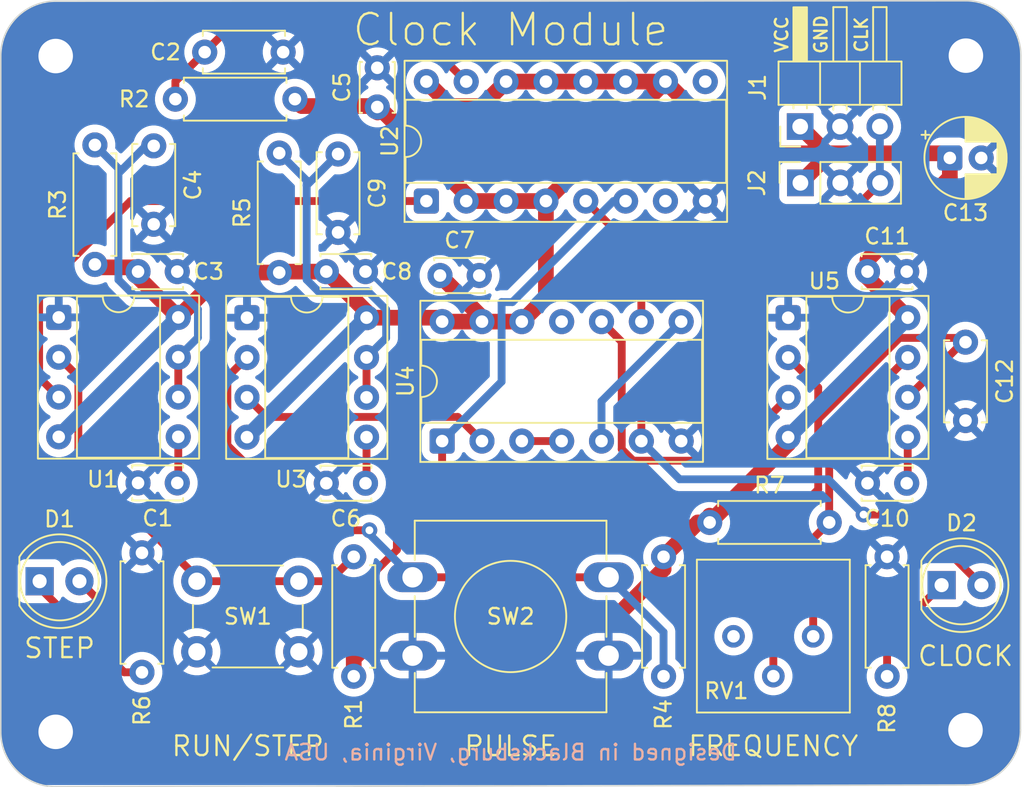
<source format=kicad_pcb>
(kicad_pcb (version 20241229) (generator "pcbnew") (generator_version "9.0")
  (layers (0 "F.Cu" signal) (2 "B.Cu" signal) (13 "F.Paste" user) (15 "B.Paste" user) (5 "F.SilkS" user "F.Silkscreen") (7 "B.SilkS" user "B.Silkscreen") (1 "F.Mask" user) (3 "B.Mask" user) (25 "Edge.Cuts" user))
  (net 0 "")
  (net 1 "GND")
  (net 2 "Net-(U1-CV)")
  (net 3 "Net-(U2A-~{R})")
  (net 4 "VCC")
  (net 5 "Net-(U1-DIS)")
  (net 6 "Net-(U3-CV)")
  (net 7 "Net-(U3-DIS)")
  (net 8 "Net-(U5-CV)")
  (net 9 "Net-(U5-THR)")
  (net 10 "Net-(D1-A)")
  (net 11 "Net-(D1-K)")
  (net 12 "Net-(D2-K)")
  (net 13 "/CLK")
  (net 14 "Net-(U1-TR)")
  (net 15 "Net-(U3-TR)")
  (net 16 "Net-(U5-DIS)")
  (net 18 "Net-(U1-Q)")
  (net 20 "Net-(U2A-Q)")
  (net 22 "Net-(U3-Q)")
  (net 23 "Net-(U5-Q)")
  (net 24 "Net-(U4-Pad5)")
  (net 26 "Net-(U4-Pad3)")
  (footprint "Capacitor_THT:C_Disc_D3.0mm_W2.0mm_P2.50mm" (layer "F.Cu") (at 36.25 55.73 180)
    (property "Reference" "C1" (at 1.25 -2.25 0) (layer "F.SilkS"))
    (property "Value" "10nF")
    (pad "1" thru_hole circle (at 0 0 180) (size 1.6 1.6) (drill 0.8) (layers "*.Cu" "*.Mask") (net 2 "Net-(U1-CV)"))
    (pad "2" thru_hole circle (at 2.5 0 180) (size 1.6 1.6) (drill 0.8) (layers "*.Cu" "*.Mask") (net 1 "GND"))
  )
  (footprint "Resistor_THT:R_Axial_DIN0207_L6.3mm_D2.5mm_P7.62mm_Horizontal" (layer "F.Cu") (at 67.25 60.44 -90)
    (property "Reference" "R4" (at 10.06 0 90) (layer "F.SilkS"))
    (property "Value" "10K")
    (pad "1" thru_hole circle (at 0 0 270) (size 1.6 1.6) (drill 0.8) (layers "*.Cu" "*.Mask") (net 4 "VCC"))
    (pad "2" thru_hole circle (at 7.62 0 270) (size 1.6 1.6) (drill 0.8) (layers "*.Cu" "*.Mask") (net 15 "Net-(U3-TR)"))
  )
  (footprint "Package_DIP:DIP-8_W7.62mm_Socket" (layer "F.Cu") (at 40.695 45.19)
    (property "Reference" "U3" (at 2.805 10.31 0) (layer "F.SilkS"))
    (property "Value" "NE555P")
    (pad "1" thru_hole roundrect (at 0 0) (size 1.6 1.6) (drill 0.8) (layers "*.Cu" "*.Mask") (roundrect_rratio 0.15625) (net 1 "GND"))
    (pad "2" thru_hole circle (at 0 2.54) (size 1.6 1.6) (drill 0.8) (layers "*.Cu" "*.Mask") (net 15 "Net-(U3-TR)"))
    (pad "3" thru_hole circle (at 0 5.08) (size 1.6 1.6) (drill 0.8) (layers "*.Cu" "*.Mask") (net 22 "Net-(U3-Q)"))
    (pad "4" thru_hole circle (at 0 7.62) (size 1.6 1.6) (drill 0.8) (layers "*.Cu" "*.Mask") (net 4 "VCC"))
    (pad "5" thru_hole circle (at 7.62 7.62) (size 1.6 1.6) (drill 0.8) (layers "*.Cu" "*.Mask") (net 6 "Net-(U3-CV)"))
    (pad "6" thru_hole circle (at 7.62 5.08) (size 1.6 1.6) (drill 0.8) (layers "*.Cu" "*.Mask") (net 7 "Net-(U3-DIS)"))
    (pad "7" thru_hole circle (at 7.62 2.54) (size 1.6 1.6) (drill 0.8) (layers "*.Cu" "*.Mask") (net 7 "Net-(U3-DIS)"))
    (pad "8" thru_hole circle (at 7.62 0) (size 1.6 1.6) (drill 0.8) (layers "*.Cu" "*.Mask") (net 4 "VCC"))
  )
  (footprint "LED_THT:LED_D5.0mm" (layer "F.Cu") (at 84.975 62.25)
    (property "Reference" "D2" (at 1.27 -3.96 0) (layer "F.SilkS"))
    (property "Value" "LED" (hide yes))
    (pad "1" thru_hole rect (at 0 0) (size 1.8 1.8) (drill 0.9) (layers "*.Cu" "*.Mask") (net 12 "Net-(D2-K)"))
    (pad "2" thru_hole circle (at 2.54 0) (size 1.8 1.8) (drill 0.9) (layers "*.Cu" "*.Mask") (net 13 "/CLK"))
  )
  (footprint "Resistor_THT:R_Axial_DIN0207_L6.3mm_D2.5mm_P7.62mm_Horizontal" (layer "F.Cu") (at 31 41.79 90)
    (property "Reference" "R3" (at 3.81 -2.37 90) (layer "F.SilkS"))
    (property "Value" "1M")
    (pad "1" thru_hole circle (at 0 0 90) (size 1.6 1.6) (drill 0.8) (layers "*.Cu" "*.Mask") (net 4 "VCC"))
    (pad "2" thru_hole circle (at 7.62 0 90) (size 1.6 1.6) (drill 0.8) (layers "*.Cu" "*.Mask") (net 5 "Net-(U1-DIS)"))
  )
  (footprint "LED_THT:LED_D5.0mm" (layer "F.Cu") (at 27.475 62)
    (property "Reference" "D1" (at 1.27 -3.96 0) (layer "F.SilkS"))
    (property "Value" "LED" (hide yes))
    (pad "1" thru_hole rect (at 0 0) (size 1.8 1.8) (drill 0.9) (layers "*.Cu" "*.Mask") (net 11 "Net-(D1-K)"))
    (pad "2" thru_hole circle (at 2.54 0) (size 1.8 1.8) (drill 0.9) (layers "*.Cu" "*.Mask") (net 10 "Net-(D1-A)"))
  )
  (footprint "Package_DIP:DIP-8_W7.62mm_Socket" (layer "F.Cu") (at 28.695 45.17)
    (property "Reference" "U1" (at 2.805 10.33 0) (layer "F.SilkS"))
    (property "Value" "NE555P")
    (pad "1" thru_hole roundrect (at 0 0) (size 1.6 1.6) (drill 0.8) (layers "*.Cu" "*.Mask") (roundrect_rratio 0.15625) (net 1 "GND"))
    (pad "2" thru_hole circle (at 0 2.54) (size 1.6 1.6) (drill 0.8) (layers "*.Cu" "*.Mask") (net 14 "Net-(U1-TR)"))
    (pad "3" thru_hole circle (at 0 5.08) (size 1.6 1.6) (drill 0.8) (layers "*.Cu" "*.Mask") (net 18 "Net-(U1-Q)"))
    (pad "4" thru_hole circle (at 0 7.62) (size 1.6 1.6) (drill 0.8) (layers "*.Cu" "*.Mask") (net 4 "VCC"))
    (pad "5" thru_hole circle (at 7.62 7.62) (size 1.6 1.6) (drill 0.8) (layers "*.Cu" "*.Mask") (net 2 "Net-(U1-CV)"))
    (pad "6" thru_hole circle (at 7.62 5.08) (size 1.6 1.6) (drill 0.8) (layers "*.Cu" "*.Mask") (net 5 "Net-(U1-DIS)"))
    (pad "7" thru_hole circle (at 7.62 2.54) (size 1.6 1.6) (drill 0.8) (layers "*.Cu" "*.Mask") (net 5 "Net-(U1-DIS)"))
    (pad "8" thru_hole circle (at 7.62 0) (size 1.6 1.6) (drill 0.8) (layers "*.Cu" "*.Mask") (net 4 "VCC"))
  )
  (footprint "Footprints:PinHeader_1x03_P2.54mm_Horizontal" (layer "F.Cu") (at 75.96 33 90)
    (property "Reference" "J1" (at 2.5 -2.71 90) (layer "F.SilkS"))
    (property "Value" "Conn_01x03_Pin" (hide yes))
    (pad "1" thru_hole rect (at 0 0 90) (size 1.7 1.7) (drill 1) (layers "*.Cu" "*.Mask") (net 4 "VCC"))
    (pad "2" thru_hole circle (at 0 2.54 90) (size 1.7 1.7) (drill 1) (layers "*.Cu" "*.Mask") (net 1 "GND"))
    (pad "3" thru_hole circle (at 0 5.08 90) (size 1.7 1.7) (drill 1) (layers "*.Cu" "*.Mask") (net 13 "/CLK"))
  )
  (footprint "Capacitor_THT:C_Disc_D3.0mm_W2.0mm_P2.50mm" (layer "F.Cu") (at 33.75 42.25)
    (property "Reference" "C3" (at 4.5 0 0) (layer "F.SilkS"))
    (property "Value" "100nF")
    (pad "1" thru_hole circle (at 0 0) (size 1.6 1.6) (drill 0.8) (layers "*.Cu" "*.Mask") (net 4 "VCC"))
    (pad "2" thru_hole circle (at 2.5 0) (size 1.6 1.6) (drill 0.8) (layers "*.Cu" "*.Mask") (net 1 "GND"))
  )
  (footprint "Capacitor_THT:C_Disc_D3.0mm_W2.0mm_P2.50mm" (layer "F.Cu") (at 80.25 42.25)
    (property "Reference" "C11" (at 1.25 -2.25 0) (layer "F.SilkS"))
    (property "Value" "100nF")
    (pad "1" thru_hole circle (at 0 0) (size 1.6 1.6) (drill 0.8) (layers "*.Cu" "*.Mask") (net 4 "VCC"))
    (pad "2" thru_hole circle (at 2.5 0) (size 1.6 1.6) (drill 0.8) (layers "*.Cu" "*.Mask") (net 1 "GND"))
  )
  (footprint "Resistor_THT:R_Axial_DIN0207_L6.3mm_D2.5mm_P7.62mm_Horizontal" (layer "F.Cu") (at 43.75 31.25 180)
    (property "Reference" "R2" (at 10.25 0 0) (layer "F.SilkS"))
    (property "Value" "1K")
    (pad "1" thru_hole circle (at 0 0 180) (size 1.6 1.6) (drill 0.8) (layers "*.Cu" "*.Mask") (net 4 "VCC"))
    (pad "2" thru_hole circle (at 7.62 0 180) (size 1.6 1.6) (drill 0.8) (layers "*.Cu" "*.Mask") (net 3 "Net-(U2A-~{R})"))
  )
  (footprint "Capacitor_THT:CP_Radial_D5.0mm_P2.00mm" (layer "F.Cu") (at 85.5 35)
    (property "Reference" "C13" (at 1 3.5 0) (layer "F.SilkS"))
    (property "Value" "1uF" (hide yes))
    (pad "1" thru_hole roundrect (at 0 0) (size 1.6 1.6) (drill 0.8) (layers "*.Cu" "*.Mask") (roundrect_rratio 0.15625) (net 4 "VCC"))
    (pad "2" thru_hole circle (at 2 0) (size 1.6 1.6) (drill 0.8) (layers "*.Cu" "*.Mask") (net 1 "GND"))
  )
  (footprint "Resistor_THT:R_Axial_DIN0207_L6.3mm_D2.5mm_P7.62mm_Horizontal" (layer "F.Cu") (at 42.75 42.31 90)
    (property "Reference" "R5" (at 3.81 -2.37 90) (layer "F.SilkS"))
    (property "Value" "1M")
    (pad "1" thru_hole circle (at 0 0 90) (size 1.6 1.6) (drill 0.8) (layers "*.Cu" "*.Mask") (net 4 "VCC"))
    (pad "2" thru_hole circle (at 7.62 0 90) (size 1.6 1.6) (drill 0.8) (layers "*.Cu" "*.Mask") (net 7 "Net-(U3-DIS)"))
  )
  (footprint "Button_Switch_THT:SW_PUSH-12mm" (layer "F.Cu") (at 51.25 61.75)
    (property "Reference" "SW2" (at 6.25 2.5 0) (layer "F.SilkS"))
    (property "Value" "PULSE" (hide yes))
    (pad "1" thru_hole oval (at 0 0) (size 3.2 1.9) (drill 1.3) (layers "*.Cu" "*.Mask") (net 15 "Net-(U3-TR)"))
    (pad "1" thru_hole oval (at 12.5 0) (size 3.2 1.9) (drill 1.3) (layers "*.Cu" "*.Mask") (net 15 "Net-(U3-TR)"))
    (pad "2" thru_hole oval (at 0 5) (size 3.2 1.9) (drill 1.3) (layers "*.Cu" "*.Mask") (net 1 "GND"))
    (pad "2" thru_hole oval (at 12.5 5) (size 3.2 1.9) (drill 1.3) (layers "*.Cu" "*.Mask") (net 1 "GND"))
  )
  (footprint "Connector_PinSocket_2.54mm:PinSocket_1x03_P2.54mm_Vertical" (layer "F.Cu") (at 75.975 36.59 90)
    (property "Reference" "J2" (at 0 -2.77 90) (layer "F.SilkS"))
    (property "Value" "Conn_01x03_Socket" (hide yes))
    (pad "1" thru_hole rect (at 0 0 90) (size 1.7 1.7) (drill 1) (layers "*.Cu" "*.Mask") (net 4 "VCC"))
    (pad "2" thru_hole circle (at 0 2.54 90) (size 1.7 1.7) (drill 1) (layers "*.Cu" "*.Mask") (net 1 "GND"))
    (pad "3" thru_hole circle (at 0 5.08 90) (size 1.7 1.7) (drill 1) (layers "*.Cu" "*.Mask") (net 13 "/CLK"))
  )
  (footprint "Package_DIP:DIP-16_W7.62mm_Socket" (layer "F.Cu") (at 52.13 37.75 90)
    (property "Reference" "U2" (at 3.81 -2.33 90) (layer "F.SilkS"))
    (property "Value" "74HC112" (hide yes))
    (pad "1" thru_hole roundrect (at 0 0 90) (size 1.6 1.6) (drill 0.8) (layers "*.Cu" "*.Mask") (roundrect_rratio 0.15625) (net 18 "Net-(U1-Q)"))
    (pad "2" thru_hole circle (at 0 2.54 90) (size 1.6 1.6) (drill 0.8) (layers "*.Cu" "*.Mask") (net 4 "VCC"))
    (pad "3" thru_hole circle (at 0 5.08 90) (size 1.6 1.6) (drill 0.8) (layers "*.Cu" "*.Mask") (net 4 "VCC"))
    (pad "4" thru_hole circle (at 0 7.62 90) (size 1.6 1.6) (drill 0.8) (layers "*.Cu" "*.Mask") (net 4 "VCC"))
    (pad "5" thru_hole circle (at 0 10.16 90) (size 1.6 1.6) (drill 0.8) (layers "*.Cu" "*.Mask") (net 20 "Net-(U2A-Q)"))
    (pad "6" thru_hole circle (at 0 12.7 90) (size 1.6 1.6) (drill 0.8) (layers "*.Cu" "*.Mask") (net 10 "Net-(D1-A)"))
    (pad "7" thru_hole circle (at 0 15.24 90) (size 1.6 1.6) (drill 0.8) (layers "*.Cu" "*.Mask"))
    (pad "8" thru_hole circle (at 0 17.78 90) (size 1.6 1.6) (drill 0.8) (layers "*.Cu" "*.Mask") (net 1 "GND"))
    (pad "9" thru_hole circle (at 7.62 17.78 90) (size 1.6 1.6) (drill 0.8) (layers "*.Cu" "*.Mask"))
    (pad "10" thru_hole circle (at 7.62 15.24 90) (size 1.6 1.6) (drill 0.8) (layers "*.Cu" "*.Mask") (net 4 "VCC"))
    (pad "11" thru_hole circle (at 7.62 12.7 90) (size 1.6 1.6) (drill 0.8) (layers "*.Cu" "*.Mask") (net 4 "VCC"))
    (pad "12" thru_hole circle (at 7.62 10.16 90) (size 1.6 1.6) (drill 0.8) (layers "*.Cu" "*.Mask") (net 4 "VCC"))
    (pad "13" thru_hole circle (at 7.62 7.62 90) (size 1.6 1.6) (drill 0.8) (layers "*.Cu" "*.Mask") (net 4 "VCC"))
    (pad "14" thru_hole circle (at 7.62 5.08 90) (size 1.6 1.6) (drill 0.8) (layers "*.Cu" "*.Mask") (net 4 "VCC"))
    (pad "15" thru_hole circle (at 7.62 2.54 90) (size 1.6 1.6) (drill 0.8) (layers "*.Cu" "*.Mask") (net 3 "Net-(U2A-~{R})"))
    (pad "16" thru_hole circle (at 7.62 0 90) (size 1.6 1.6) (drill 0.8) (layers "*.Cu" "*.Mask") (net 4 "VCC"))
  )
  (footprint "MountingHole:MountingHole_2.2mm_M2_DIN965_Pad" (layer "F.Cu") (at 86.500001 71.500001)
    (property "Reference" "H4" (hide yes))
    (property "Value" "MountingHole_Pad" (hide yes))
    (pad "1" thru_hole circle (at 0 0) (size 3.8 3.8) (drill 2.2) (layers "*.Cu" "*.Mask") (net 1 "GND"))
  )
  (footprint "Capacitor_THT:C_Disc_D5.0mm_W2.5mm_P5.00mm" (layer "F.Cu") (at 46.5 34.75 -90)
    (property "Reference" "C9" (at 2.5 -2.5 90) (layer "F.SilkS"))
    (property "Value" "100nF")
    (pad "1" thru_hole circle (at 0 0 270) (size 1.6 1.6) (drill 0.8) (layers "*.Cu" "*.Mask") (net 7 "Net-(U3-DIS)"))
    (pad "2" thru_hole circle (at 5 0 270) (size 1.6 1.6) (drill 0.8) (layers "*.Cu" "*.Mask") (net 1 "GND"))
  )
  (footprint "Capacitor_THT:C_Disc_D3.0mm_W2.0mm_P2.50mm" (layer "F.Cu") (at 48.25 55.75 180)
    (property "Reference" "C6" (at 1.25 -2.25 0) (layer "F.SilkS"))
    (property "Value" "10nF")
    (pad "1" thru_hole circle (at 0 0 180) (size 1.6 1.6) (drill 0.8) (layers "*.Cu" "*.Mask") (net 6 "Net-(U3-CV)"))
    (pad "2" thru_hole circle (at 2.5 0 180) (size 1.6 1.6) (drill 0.8) (layers "*.Cu" "*.Mask") (net 1 "GND"))
  )
  (footprint "Package_DIP:DIP-14_W7.62mm_Socket" (layer "F.Cu") (at 53.135 53.06 90)
    (property "Reference" "U4" (at 3.81 -2.33 90) (layer "F.SilkS"))
    (property "Value" "74HC00")
    (pad "1" thru_hole roundrect (at 0 0 90) (size 1.6 1.6) (drill 0.8) (layers "*.Cu" "*.Mask") (roundrect_rratio 0.15625) (net 10 "Net-(D1-A)"))
    (pad "2" thru_hole circle (at 0 2.54 90) (size 1.6 1.6) (drill 0.8) (layers "*.Cu" "*.Mask") (net 22 "Net-(U3-Q)"))
    (pad "3" thru_hole circle (at 0 5.08 90) (size 1.6 1.6) (drill 0.8) (layers "*.Cu" "*.Mask") (net 26 "Net-(U4-Pad3)"))
    (pad "4" thru_hole circle (at 0 7.62 90) (size 1.6 1.6) (drill 0.8) (layers "*.Cu" "*.Mask") (net 26 "Net-(U4-Pad3)"))
    (pad "5" thru_hole circle (at 0 10.16 90) (size 1.6 1.6) (drill 0.8) (layers "*.Cu" "*.Mask") (net 24 "Net-(U4-Pad5)"))
    (pad "6" thru_hole circle (at 0 12.7 90) (size 1.6 1.6) (drill 0.8) (layers "*.Cu" "*.Mask") (net 13 "/CLK"))
    (pad "7" thru_hole circle (at 0 15.24 90) (size 1.6 1.6) (drill 0.8) (layers "*.Cu" "*.Mask") (net 1 "GND"))
    (pad "8" thru_hole circle (at 7.62 15.24 90) (size 1.6 1.6) (drill 0.8) (layers "*.Cu" "*.Mask") (net 24 "Net-(U4-Pad5)"))
    (pad "9" thru_hole circle (at 7.62 12.7 90) (size 1.6 1.6) (drill 0.8) (layers "*.Cu" "*.Mask") (net 20 "Net-(U2A-Q)"))
    (pad "10" thru_hole circle (at 7.62 10.16 90) (size 1.6 1.6) (drill 0.8) (layers "*.Cu" "*.Mask") (net 23 "Net-(U5-Q)"))
    (pad "11" thru_hole circle (at 7.62 7.62 90) (size 1.6 1.6) (drill 0.8) (layers "*.Cu" "*.Mask"))
    (pad "12" thru_hole circle (at 7.62 5.08 90) (size 1.6 1.6) (drill 0.8) (layers "*.Cu" "*.Mask") (net 4 "VCC"))
    (pad "13" thru_hole circle (at 7.62 2.54 90) (size 1.6 1.6) (drill 0.8) (layers "*.Cu" "*.Mask") (net 4 "VCC"))
    (pad "14" thru_hole circle (at 7.62 0 90) (size 1.6 1.6) (drill 0.8) (layers "*.Cu" "*.Mask") (net 4 "VCC"))
  )
  (footprint "Capacitor_THT:C_Disc_D3.0mm_W2.0mm_P2.50mm" (layer "F.Cu") (at 82.75 55.75 180)
    (property "Reference" "C10" (at 1.25 -2.25 0) (layer "F.SilkS"))
    (property "Value" "10nF")
    (pad "1" thru_hole circle (at 0 0 180) (size 1.6 1.6) (drill 0.8) (layers "*.Cu" "*.Mask") (net 8 "Net-(U5-CV)"))
    (pad "2" thru_hole circle (at 2.5 0 180) (size 1.6 1.6) (drill 0.8) (layers "*.Cu" "*.Mask") (net 1 "GND"))
  )
  (footprint "Resistor_THT:R_Axial_DIN0207_L6.3mm_D2.5mm_P7.62mm_Horizontal" (layer "F.Cu") (at 34 67.81 90)
    (property "Reference" "R6" (at -2.44 0 90) (layer "F.SilkS"))
    (property "Value" "470")
    (pad "1" thru_hole circle (at 0 0 90) (size 1.6 1.6) (drill 0.8) (layers "*.Cu" "*.Mask") (net 11 "Net-(D1-K)"))
    (pad "2" thru_hole circle (at 7.62 0 90) (size 1.6 1.6) (drill 0.8) (layers "*.Cu" "*.Mask") (net 1 "GND"))
  )
  (footprint "Capacitor_THT:C_Disc_D5.0mm_W2.5mm_P5.00mm" (layer "F.Cu") (at 38 28.25)
    (property "Reference" "C2" (at -2.5 0 0) (layer "F.SilkS"))
    (property "Value" "1nF")
    (pad "1" thru_hole circle (at 0 0) (size 1.6 1.6) (drill 0.8) (layers "*.Cu" "*.Mask") (net 3 "Net-(U2A-~{R})"))
    (pad "2" thru_hole circle (at 5 0) (size 1.6 1.6) (drill 0.8) (layers "*.Cu" "*.Mask") (net 1 "GND"))
  )
  (footprint "Potentiometer_THT:Potentiometer_Bourns_3386P_Vertical" (layer "F.Cu") (at 71.71 65.515 -90)
    (property "Reference" "RV1" (at 3.485 0.46 180) (layer "F.SilkS"))
    (property "Value" "1M")
    (pad "1" thru_hole circle (at 0 0 270) (size 1.44 1.44) (drill 0.8) (layers "*.Cu" "*.Mask"))
    (pad "2" thru_hole circle (at 2.54 -2.54 270) (size 1.44 1.44) (drill 0.8) (layers "*.Cu" "*.Mask") (net 9 "Net-(U5-THR)"))
    (pad "3" thru_hole circle (at 0 -5.08 270) (size 1.44 1.44) (drill 0.8) (layers "*.Cu" "*.Mask") (net 16 "Net-(U5-DIS)"))
  )
  (footprint "Package_DIP:DIP-8_W7.62mm_Socket" (layer "F.Cu") (at 75.195 45.19)
    (property "Reference" "U5" (at 2.305 -2.33 0) (layer "F.SilkS"))
    (property "Value" "NE555P")
    (pad "1" thru_hole roundrect (at 0 0) (size 1.6 1.6) (drill 0.8) (layers "*.Cu" "*.Mask") (roundrect_rratio 0.15625) (net 1 "GND"))
    (pad "2" thru_hole circle (at 0 2.54) (size 1.6 1.6) (drill 0.8) (layers "*.Cu" "*.Mask") (net 9 "Net-(U5-THR)"))
    (pad "3" thru_hole circle (at 0 5.08) (size 1.6 1.6) (drill 0.8) (layers "*.Cu" "*.Mask") (net 23 "Net-(U5-Q)"))
    (pad "4" thru_hole circle (at 0 7.62) (size 1.6 1.6) (drill 0.8) (layers "*.Cu" "*.Mask") (net 4 "VCC"))
    (pad "5" thru_hole circle (at 7.62 7.62) (size 1.6 1.6) (drill 0.8) (layers "*.Cu" "*.Mask") (net 8 "Net-(U5-CV)"))
    (pad "6" thru_hole circle (at 7.62 5.08) (size 1.6 1.6) (drill 0.8) (layers "*.Cu" "*.Mask") (net 9 "Net-(U5-THR)"))
    (pad "7" thru_hole circle (at 7.62 2.54) (size 1.6 1.6) (drill 0.8) (layers "*.Cu" "*.Mask") (net 16 "Net-(U5-DIS)"))
    (pad "8" thru_hole circle (at 7.62 0) (size 1.6 1.6) (drill 0.8) (layers "*.Cu" "*.Mask") (net 4 "VCC"))
  )
  (footprint "Resistor_THT:R_Axial_DIN0207_L6.3mm_D2.5mm_P7.62mm_Horizontal" (layer "F.Cu") (at 70.19 58.25)
    (property "Reference" "R7" (at 3.81 -2.37 0) (layer "F.SilkS"))
    (property "Value" "330")
    (pad "1" thru_hole circle (at 0 0) (size 1.6 1.6) (drill 0.8) (layers "*.Cu" "*.Mask") (net 4 "VCC"))
    (pad "2" thru_hole circle (at 7.62 0) (size 1.6 1.6) (drill 0.8) (layers "*.Cu" "*.Mask") (net 16 "Net-(U5-DIS)"))
  )
  (footprint "Capacitor_THT:C_Disc_D3.0mm_W2.0mm_P2.50mm" (layer "F.Cu") (at 53 42.5)
    (property "Reference" "C7" (at 1.25 -2.25 0) (layer "F.SilkS"))
    (property "Value" "100nF")
    (pad "1" thru_hole circle (at 0 0) (size 1.6 1.6) (drill 0.8) (layers "*.Cu" "*.Mask") (net 4 "VCC"))
    (pad "2" thru_hole circle (at 2.5 0) (size 1.6 1.6) (drill 0.8) (layers "*.Cu" "*.Mask") (net 1 "GND"))
  )
  (footprint "Capacitor_THT:C_Disc_D5.0mm_W2.5mm_P5.00mm" (layer "F.Cu") (at 34.75 34.23 -90)
    (property "Reference" "C4" (at 2.5 -2.5 90) (layer "F.SilkS"))
    (property "Value" "220nF")
    (pad "1" thru_hole circle (at 0 0 270) (size 1.6 1.6) (drill 0.8) (layers "*.Cu" "*.Mask") (net 5 "Net-(U1-DIS)"))
    (pad "2" thru_hole circle (at 5 0 270) (size 1.6 1.6) (drill 0.8) (layers "*.Cu" "*.Mask") (net 1 "GND"))
  )
  (footprint "Resistor_THT:R_Axial_DIN0207_L6.3mm_D2.5mm_P7.62mm_Horizontal" (layer "F.Cu") (at 47.5 68.06 90)
    (property "Reference" "R1" (at -2.44 0 90) (layer "F.SilkS"))
    (property "Value" "10K")
    (pad "1" thru_hole circle (at 0 0 90) (size 1.6 1.6) (drill 0.8) (layers "*.Cu" "*.Mask") (net 4 "VCC"))
    (pad "2" thru_hole circle (at 7.62 0 90) (size 1.6 1.6) (drill 0.8) (layers "*.Cu" "*.Mask") (net 14 "Net-(U1-TR)"))
  )
  (footprint "Capacitor_THT:C_Disc_D3.0mm_W2.0mm_P2.50mm" (layer "F.Cu") (at 45.75 42.25)
    (property "Reference" "C8" (at 4.5 0 0) (layer "F.SilkS"))
    (property "Value" "100nF")
    (pad "1" thru_hole circle (at 0 0) (size 1.6 1.6) (drill 0.8) (layers "*.Cu" "*.Mask") (net 4 "VCC"))
    (pad "2" thru_hole circle (at 2.5 0) (size 1.6 1.6) (drill 0.8) (layers "*.Cu" "*.Mask") (net 1 "GND"))
  )
  (footprint "MountingHole:MountingHole_2.2mm_M2_DIN965_Pad" (layer "F.Cu") (at 86.525126 28.474874)
    (property "Reference" "H2" (hide yes))
    (property "Value" "MountingHole_Pad" (hide yes))
    (pad "1" thru_hole circle (at 0 0) (size 3.8 3.8) (drill 2.2) (layers "*.Cu" "*.Mask") (net 1 "GND"))
  )
  (footprint "MountingHole:MountingHole_2.2mm_M2_DIN965_Pad" (layer "F.Cu") (at 28.5 28.5)
    (property "Reference" "H1" (hide yes))
    (property "Value" "MountingHole_Pad" (hide yes))
    (pad "1" thru_hole circle (at 0 0) (size 3.8 3.8) (drill 2.2) (layers "*.Cu" "*.Mask") (net 1 "GND"))
  )
  (footprint "Capacitor_THT:C_Disc_D3.0mm_W2.0mm_P2.50mm" (layer "F.Cu") (at 49 31.75 90)
    (property "Reference" "C5" (at 1.25 -2.25 90) (layer "F.SilkS"))
    (property "Value" "100nF")
    (pad "1" thru_hole circle (at 0 0 90) (size 1.6 1.6) (drill 0.8) (layers "*.Cu" "*.Mask") (net 4 "VCC"))
    (pad "2" thru_hole circle (at 2.5 0 90) (size 1.6 1.6) (drill 0.8) (layers "*.Cu" "*.Mask") (net 1 "GND"))
  )
  (footprint "MountingHole:MountingHole_2.2mm_M2_DIN965_Pad" (layer "F.Cu") (at 28.5 71.608842)
    (property "Reference" "H3" (hide yes))
    (property "Value" "MountingHole_Pad" (hide yes))
    (pad "1" thru_hole circle (at 0 0) (size 3.8 3.8) (drill 2.2) (layers "*.Cu" "*.Mask") (net 1 "GND"))
  )
  (footprint "Capacitor_THT:C_Disc_D5.0mm_W2.5mm_P5.00mm" (layer "F.Cu") (at 86.5 46.75 -90)
    (property "Reference" "C12" (at 2.5 -2.5 90) (layer "F.SilkS"))
    (property "Value" "1uF")
    (pad "1" thru_hole circle (at 0 0 270) (size 1.6 1.6) (drill 0.8) (layers "*.Cu" "*.Mask") (net 9 "Net-(U5-THR)"))
    (pad "2" thru_hole circle (at 5 0 270) (size 1.6 1.6) (drill 0.8) (layers "*.Cu" "*.Mask") (net 1 "GND"))
  )
  (footprint "Resistor_THT:R_Axial_DIN0207_L6.3mm_D2.5mm_P7.62mm_Horizontal" (layer "F.Cu") (at 81.5 68.06 90)
    (property "Reference" "R8" (at -2.69 0 90) (layer "F.SilkS"))
    (property "Value" "470")
    (pad "1" thru_hole circle (at 0 0 90) (size 1.6 1.6) (drill 0.8) (layers "*.Cu" "*.Mask") (net 12 "Net-(D2-K)"))
    (pad "2" thru_hole circle (at 7.62 0 90) (size 1.6 1.6) (drill 0.8) (layers "*.Cu" "*.Mask") (net 1 "GND"))
  )
  (footprint "Button_Switch_THT:SW_PUSH_6mm" (layer "F.Cu") (at 37.5 62)
    (property "Reference" "SW1" (at 3.25 2.25 0) (layer "F.SilkS"))
    (property "Value" "MODE" (hide yes))
    (pad "1" thru_hole circle (at 0 0 90) (size 2 2) (drill 1.1) (layers "*.Cu" "*.Mask") (net 14 "Net-(U1-TR)"))
    (pad "1" thru_hole circle (at 6.5 0 90) (size 2 2) (drill 1.1) (layers "*.Cu" "*.Mask") (net 14 "Net-(U1-TR)"))
    (pad "2" thru_hole circle (at 0 4.5 90) (size 2 2) (drill 1.1) (layers "*.Cu" "*.Mask") (net 1 "GND"))
    (pad "2" thru_hole circle (at 6.5 4.5 90) (size 2 2) (drill 1.1) (layers "*.Cu" "*.Mask") (net 1 "GND"))
  )
  (gr_arc (start 86.525126 24.974874) (mid 89 26) (end 90.025126 28.474874) (stroke (width 0.1)) (layer "Edge.Cuts"))
  (gr_line (start 90 71.5) (end 90.025126 28.474874) (stroke (width 0.1)) (layer "Edge.Cuts"))
  (gr_line (start 86.525126 24.974874) (end 28.5 25) (stroke (width 0.1)) (layer "Edge.Cuts"))
  (gr_line (start 25 28.5) (end 25 71.60884) (stroke (width 0.1)) (layer "Edge.Cuts"))
  (gr_arc (start 28.5 75.108842) (mid 26.025126 74.083716) (end 25 71.608842) (stroke (width 0.1)) (layer "Edge.Cuts"))
  (gr_line (start 28.5 75.108842) (end 86.5 75) (stroke (width 0.1)) (layer "Edge.Cuts"))
  (gr_arc (start 25 28.5) (mid 26.025126 26.025126) (end 28.5 25) (stroke (width 0.1)) (layer "Edge.Cuts"))
  (gr_arc (start 90 71.5) (mid 88.974874 73.974874) (end 86.5 75) (stroke (width 0.1)) (layer "Edge.Cuts"))
  (gr_text "Clock Module" (at 57.5 28 0) (layer "F.SilkS") (effects (font (size 2 2)) (justify bottom)))
  (gr_text "GND" (at 77.75 27.12 90) (layer "F.SilkS") (effects (font (size 0.8 0.8)) (justify bottom)))
  (gr_text "RUN/STEP" (at 40.75 73.25 0) (layer "F.SilkS") (effects (font (size 1.25 1.25)) (justify bottom)))
  (gr_text "PULSE" (at 57.5 73.25 0) (layer "F.SilkS") (effects (font (size 1.25 1.25)) (justify bottom)))
  (gr_text "CLOCK" (at 86.5 67.5 0) (layer "F.SilkS") (effects (font (size 1.25 1.25)) (justify bottom)))
  (gr_text "STEP" (at 28.75 67 0) (layer "F.SilkS") (effects (font (size 1.25 1.25)) (justify bottom)))
  (gr_text "CLK" (at 80.327028 27.138165 90) (layer "F.SilkS") (effects (font (size 0.8 0.8)) (justify bottom)))
  (gr_text "FREQUENCY" (at 74.25 73.25 0) (layer "F.SilkS") (effects (font (size 1.25 1.25)) (justify bottom)))
  (gr_text "VCC" (at 75.25 27.12 90) (layer "F.SilkS") (effects (font (size 0.8 0.8)) (justify bottom)))
  (gr_text "Designed in Blacksburg, Virginia, USA" (at 57.5 73.5 0) (layer "B.SilkS") (effects (font (size 1 1)) (justify bottom mirror)))
  (segment (start 36.315 52.79) (end 36.315 55.665) (width 0.5) (layer "F.Cu") (net 2))
  (segment (start 36.315 55.665) (end 36.25 55.73) (width 0.5) (layer "F.Cu") (net 2))
  (segment (start 52.747541 28.207541) (end 52.747541 28.167541) (width 0.5) (layer "F.Cu") (net 3))
  (segment (start 51.079 26.499) (end 39.751 26.499) (width 0.5) (layer "F.Cu") (net 3))
  (segment (start 54.67 30.13) (end 52.747541 28.207541) (width 0.5) (layer "F.Cu") (net 3))
  (segment (start 36.13 30.12) (end 38 28.25) (width 0.5) (layer "F.Cu") (net 3))
  (segment (start 52.747541 28.167541) (end 51.079 26.499) (width 0.5) (layer "F.Cu") (net 3))
  (segment (start 36.13 31.25) (end 36.13 30.12) (width 0.5) (layer "F.Cu") (net 3))
  (segment (start 39.751 26.499) (end 38 28.25) (width 0.5) (layer "F.Cu") (net 3))
  (segment (start 67.25 60.44) (end 67.25 61.234867) (width 1) (layer "F.Cu") (net 4))
  (segment (start 36.315 45.17) (end 39.175 42.31) (width 1) (layer "F.Cu") (net 4))
  (segment (start 55.65 31.69) (end 57.21 30.13) (width 1) (layer "F.Cu") (net 4))
  (segment (start 53.69 31.69) (end 55.65 31.69) (width 1) (layer "F.Cu") (net 4))
  (segment (start 54.67 37.75) (end 54.67 37.34) (width 1) (layer "F.Cu") (net 4))
  (segment (start 52.13 30.13) (end 53.69 31.69) (width 1) (layer "F.Cu") (net 4))
  (segment (start 48.315 44.815) (end 45.75 42.25) (width 1) (layer "F.Cu") (net 4))
  (segment (start 80.25 42.25) (end 80.25 42.625) (width 1) (layer "F.Cu") (net 4))
  (segment (start 80.25 42.25) (end 80.25 41.5) (width 1) (layer "F.Cu") (net 4))
  (segment (start 39.5 42.31) (end 38.945 42.31) (width 1) (layer "F.Cu") (net 4))
  (segment (start 55.675 45.44) (end 55.675 45.175) (width 1) (layer "F.Cu") (net 4))
  (segment (start 49.92863 64.5) (end 47.5 66.92863) (width 1) (layer "F.Cu") (net 4))
  (segment (start 69.44 58.25) (end 67.25 60.44) (width 1) (layer "F.Cu") (net 4))
  (segment (start 36.315 45.17) (end 33.75 42.605) (width 1) (layer "F.Cu") (net 4))
  (segment (start 33.75 42.605) (end 33.75 42.25) (width 1) (layer "F.Cu") (net 4))
  (segment (start 67.25 61.234867) (end 63.984867 64.5) (width 1) (layer "F.Cu") (net 4))
  (segment (start 44.19 31.69) (end 43.75 31.25) (width 1) (layer "F.Cu") (net 4))
  (segment (start 33.48 41.98) (end 31.19 41.98) (width 1) (layer "F.Cu") (net 4))
  (segment (start 45.75 42.25) (end 42.81 42.25) (width 1) (layer "F.Cu") (net 4))
  (segment (start 49.02 31.69) (end 49.02 32.1) (width 1) (layer "F.Cu") (net 4))
  (segment (start 47.5 66.92863) (end 47.5 68.06) (width 1) (layer "F.Cu") (net 4))
  (segment (start 54.67 37.75) (end 57.21 37.75) (width 1) (layer "F.Cu") (net 4))
  (segment (start 85.5 34.705113) (end 71.945113 34.705113) (width 1) (layer "F.Cu") (net 4))
  (segment (start 70.19 58.25) (end 69.44 58.25) (width 1) (layer "F.Cu") (net 4))
  (segment (start 55.675 45.175) (end 53 42.5) (width 1) (layer "F.Cu") (net 4))
  (segment (start 80.25 42.625) (end 82.815 45.19) (width 1) (layer "F.Cu") (net 4))
  (segment (start 48.315 45.19) (end 52.885 45.19) (width 1) (layer "F.Cu") (net 4))
  (segment (start 31.19 41.98) (end 31 41.79) (width 1) (layer "F.Cu") (net 4))
  (segment (start 63.984867 64.5) (end 49.92863 64.5) (width 1) (layer "F.Cu") (net 4))
  (segment (start 53.135 45.44) (end 58.215 45.44) (width 1) (layer "F.Cu") (net 4))
  (segment (start 71.945113 34.705113) (end 67.37 30.13) (width 1) (layer "F.Cu") (net 4))
  (segment (start 57.21 30.13) (end 67.37 30.13) (width 1) (layer "F.Cu") (net 4))
  (segment (start 77.511 34.551) (end 75.96 33) (width 1) (layer "F.Cu") (net 4))
  (segment (start 39.175 42.31) (end 39.5 42.31) (width 1) (layer "F.Cu") (net 4))
  (segment (start 70.19 58.25) (end 70.19 57.815) (width 1) (layer "F.Cu") (net 4))
  (segment (start 54.67 37.34) (end 49.02 31.69) (width 1) (layer "F.Cu") (net 4))
  (segment (start 42.75 42.31) (end 39.5 42.31) (width 1) (layer "F.Cu") (net 4))
  (segment (start 33.75 42.25) (end 33.48 41.98) (width 1) (layer "F.Cu") (net 4))
  (segment (start 59.75 37.75) (end 59.75 43.905) (width 1) (layer "F.Cu") (net 4))
  (segment (start 59.75 43.905) (end 58.215 45.44) (width 1) (layer "F.Cu") (net 4))
  (segment (start 57.21 37.75) (end 59.75 37.75) (width 1) (layer "F.Cu") (net 4))
  (segment (start 67.37 30.13) (end 59.75 37.75) (width 1) (layer "F.Cu") (net 4))
  (segment (start 75.195 53.245) (end 70.19 58.25) (width 1) (layer "F.Cu") (net 4))
  (segment (start 49.02 31.69) (end 44.19 31.69) (width 1) (layer "F.Cu") (net 4))
  (segment (start 42.81 42.25) (end 42.75 42.31) (width 1) (layer "F.Cu") (net 4))
  (segment (start 52.885 45.19) (end 53.135 45.44) (width 1) (layer "F.Cu") (net 4))
  (segment (start 48.315 45.19) (end 48.315 44.815) (width 1) (layer "F.Cu") (net 4))
  (segment (start 53 45.305) (end 53.135 45.44) (width 1) (layer "F.Cu") (net 4))
  (segment (start 85.5 36.25) (end 85.5 34.705113) (width 1) (layer "F.Cu") (net 4))
  (segment (start 75.195 52.81) (end 75.195 53.245) (width 1) (layer "F.Cu") (net 4))
  (segment (start 80.25 41.5) (end 85.5 36.25) (width 1) (layer "F.Cu") (net 4))
  (segment (start 77.511 35.054) (end 77.511 34.551) (width 1) (layer "F.Cu") (net 4))
  (segment (start 75.96 36.575) (end 75.975 36.59) (width 1) (layer "F.Cu") (net 4))
  (segment (start 77.511 35.054) (end 75.975 36.59) (width 1) (layer "F.Cu") (net 4))
  (segment (start 48.315 45.19) (end 40.695 52.81) (width 1) (layer "B.Cu") (net 4))
  (segment (start 36.315 45.17) (end 28.695 52.79) (width 1) (layer "B.Cu") (net 4))
  (segment (start 82.815 45.19) (end 75.195 52.81) (width 1) (layer "B.Cu") (net 4))
  (segment (start 36.315 50.25) (end 36.315 47.71) (width 0.5) (layer "F.Cu") (net 5))
  (segment (start 32.5 42.769182) (end 32.5 35.98) (width 0.5) (layer "B.Cu") (net 5))
  (segment (start 32.5 35.98) (end 32.5 35.67) (width 0.5) (layer "B.Cu") (net 5))
  (segment (start 37.566 46.459) (end 37.566 44.651818) (width 0.5) (layer "B.Cu") (net 5))
  (segment (start 33.480818 43.75) (end 32.5 42.769182) (width 0.5) (layer "B.Cu") (net 5))
  (segment (start 32.5 35.98) (end 34.25 34.23) (width 0.5) (layer "B.Cu") (net 5))
  (segment (start 34.25 34.23) (end 34.75 34.23) (width 0.5) (layer "B.Cu") (net 5))
  (segment (start 37.566 44.651818) (end 36.664182 43.75) (width 0.5) (layer "B.Cu") (net 5))
  (segment (start 32.5 35.67) (end 31 34.17) (width 0.5) (layer "B.Cu") (net 5))
  (segment (start 36.315 47.71) (end 37.566 46.459) (width 0.5) (layer "B.Cu") (net 5))
  (segment (start 36.664182 43.75) (end 33.480818 43.75) (width 0.5) (layer "B.Cu") (net 5))
  (segment (start 48.315 52.81) (end 48.315 55.685) (width 0.5) (layer "F.Cu") (net 6))
  (segment (start 48.315 55.685) (end 48.25 55.75) (width 0.5) (layer "F.Cu") (net 6))
  (segment (start 48.315 50.27) (end 48.315 47.73) (width 0.5) (layer "F.Cu") (net 7))
  (segment (start 48.395182 43.501) (end 45.231818 43.501) (width 0.5) (layer "B.Cu") (net 7))
  (segment (start 44.5 36.75) (end 46.5 34.75) (width 0.5) (layer "B.Cu") (net 7))
  (segment (start 48.315 47.73) (end 49.566 46.479) (width 0.5) (layer "B.Cu") (net 7))
  (segment (start 49.566 44.671818) (end 48.395182 43.501) (width 0.5) (layer "B.Cu") (net 7))
  (segment (start 44.5 36.44) (end 42.75 34.69) (width 0.5) (layer "B.Cu") (net 7))
  (segment (start 49.566 46.479) (end 49.566 44.671818) (width 0.5) (layer "B.Cu") (net 7))
  (segment (start 44.5 42.769182) (end 44.5 36.75) (width 0.5) (layer "B.Cu") (net 7))
  (segment (start 45.231818 43.501) (end 44.5 42.769182) (width 0.5) (layer "B.Cu") (net 7))
  (segment (start 44.5 36.75) (end 44.5 36.44) (width 0.5) (layer "B.Cu") (net 7))
  (segment (start 82.815 52.81) (end 82.815 55.685) (width 0.5) (layer "F.Cu") (net 8))
  (segment (start 82.815 55.685) (end 82.75 55.75) (width 0.5) (layer "F.Cu") (net 8))
  (segment (start 77.109 56.141) (end 77.109 51.666818) (width 0.5) (layer "F.Cu") (net 9))
  (segment (start 77.109 51.666818) (end 82.296818 46.479) (width 0.5) (layer "F.Cu") (net 9))
  (segment (start 86.229 46.479) (end 86.5 46.75) (width 0.5) (layer "F.Cu") (net 9))
  (segment (start 86.335 46.75) (end 86.5 46.75) (width 0.5) (layer "F.Cu") (net 9))
  (segment (start 75.195 47.73) (end 77.109 49.644) (width 0.5) (layer "F.Cu") (net 9))
  (segment (start 82.815 50.27) (end 86.335 46.75) (width 0.5) (layer "F.Cu") (net 9))
  (segment (start 77.109 49.644) (end 77.109 51.666818) (width 0.5) (layer "F.Cu") (net 9))
  (segment (start 74.25 59) (end 77.109 56.141) (width 0.5) (layer "F.Cu") (net 9))
  (segment (start 82.296818 46.479) (end 86.229 46.479) (width 0.5) (layer "F.Cu") (net 9))
  (segment (start 74.25 68.055) (end 74.25 59) (width 0.5) (layer "F.Cu") (net 9))
  (segment (start 53.135 53.06) (end 53.135 55.615) (width 0.5) (layer "F.Cu") (net 10))
  (segment (start 32.14 64.125) (end 30.015 62) (width 0.5) (layer "F.Cu") (net 10))
  (segment (start 46.125 64.125) (end 32.14 64.125) (width 0.5) (layer "F.Cu") (net 10))
  (segment (start 50.75 58) (end 50.25 58.5) (width 0.5) (layer "F.Cu") (net 10))
  (segment (start 53.135 55.615) (end 50.75 58) (width 0.5) (layer "F.Cu") (net 10))
  (segment (start 50.75 58) (end 50.5 58.25) (width 0.5) (layer "F.Cu") (net 10))
  (segment (start 50.25 60) (end 46.125 64.125) (width 0.5) (layer "F.Cu") (net 10))
  (segment (start 50.25 58.5) (end 50.25 60) (width 0.5) (layer "F.Cu") (net 10))
  (segment (start 56.926 44.194) (end 57.615182 44.194) (width 0.5) (layer "B.Cu") (net 10))
  (segment (start 56.926 44.194) (end 56.926 49.269) (width 0.5) (layer "B.Cu") (net 10))
  (segment (start 64.059182 37.75) (end 64.83 37.75) (width 0.5) (layer "B.Cu") (net 10))
  (segment (start 56.926 49.269) (end 53.135 53.06) (width 0.5) (layer "B.Cu") (net 10))
  (segment (start 57.615182 44.194) (end 64.059182 37.75) (width 0.5) (layer "B.Cu") (net 10))
  (segment (start 34 67.81) (end 32.86863 67.81) (width 0.5) (layer "F.Cu") (net 11))
  (segment (start 32.86863 67.81) (end 27.475 62.41637) (width 0.5) (layer "F.Cu") (net 11))
  (segment (start 27.475 62.41637) (end 27.475 62) (width 0.5) (layer "F.Cu") (net 11))
  (segment (start 81.5 65.725) (end 84.975 62.25) (width 0.5) (layer "F.Cu") (net 12))
  (segment (start 81.5 68.06) (end 81.5 65.725) (width 0.5) (layer "F.Cu") (net 12))
  (segment (start 65.835 53.06) (end 65.835 51.239888) (width 0.5) (layer "F.Cu") (net 13))
  (segment (start 81.055 36.590001) (end 81.055 36.59) (width 0.5) (layer "F.Cu") (net 13))
  (segment (start 66.405112 51.239888) (end 81.055 36.59) (width 0.5) (layer "F.Cu") (net 13))
  (segment (start 65.835 51.239888) (end 66.405112 51.239888) (width 0.5) (layer "F.Cu") (net 13))
  (segment (start 83.015 57.75) (end 87.515 62.25) (width 0.5) (layer "F.Cu") (net 13))
  (segment (start 80 57.75) (end 83.015 57.75) (width 0.5) (layer "F.Cu") (net 13))
  (via (at 80 57.75) (size 1) (drill 0.5) (layers "F.Cu" "B.Cu") (net 13))
  (segment (start 68.275 55.5) (end 65.835 53.06) (width 0.5) (layer "B.Cu") (net 13))
  (segment (start 81.04 36.575) (end 81.055 36.59) (width 0.5) (layer "B.Cu") (net 13))
  (segment (start 81.04 33) (end 81.04 36.575) (width 0.5) (layer "B.Cu") (net 13))
  (segment (start 80 57.75) (end 77.75 55.5) (width 0.5) (layer "B.Cu") (net 13))
  (segment (start 77.75 55.5) (end 68.275 55.5) (width 0.5) (layer "B.Cu") (net 13))
  (segment (start 29.946 54.196) (end 29.946 53.465182) (width 0.5) (layer "F.Cu") (net 14))
  (segment (start 29.946 53.695182) (end 29.946 48.961) (width 0.5) (layer "F.Cu") (net 14))
  (segment (start 44 62) (end 45.94 62) (width 0.5) (layer "F.Cu") (net 14))
  (segment (start 37.5 62) (end 37.5 61.75) (width 0.5) (layer "F.Cu") (net 14))
  (segment (start 29.946 48.961) (end 28.695 47.71) (width 0.5) (layer "F.Cu") (net 14))
  (segment (start 45.94 62) (end 47.5 60.44) (width 0.5) (layer "F.Cu") (net 14))
  (segment (start 37.5 62) (end 44 62) (width 0.5) (layer "F.Cu") (net 14))
  (segment (start 37.5 61.75) (end 29.946 54.196) (width 0.5) (layer "F.Cu") (net 14))
  (segment (start 39.444 48.981) (end 39.444 53.328182) (width 0.5) (layer "F.Cu") (net 15))
  (segment (start 40.695 47.73) (end 39.444 48.981) (width 0.5) (layer "F.Cu") (net 15))
  (segment (start 51.25 61.75) (end 63.75 61.75) (width 0.5) (layer "F.Cu") (net 15))
  (segment (start 39.444 53.328182) (end 44.865818 58.75) (width 0.5) (layer "F.Cu") (net 15))
  (segment (start 44.865818 58.75) (end 48.5 58.75) (width 0.5) (layer "F.Cu") (net 15))
  (via (at 48.5 58.75) (size 1) (drill 0.5) (layers "F.Cu" "B.Cu") (net 15))
  (segment (start 48.5 58.75) (end 48.5 59) (width 0.5) (layer "B.Cu") (net 15))
  (segment (start 48.5 59) (end 51.25 61.75) (width 0.5) (layer "B.Cu") (net 15))
  (segment (start 67.25 65.25) (end 67.25 68.06) (width 0.5) (layer "B.Cu") (net 15))
  (segment (start 63.75 61.75) (end 67.25 65.25) (width 0.5) (layer "B.Cu") (net 15))
  (segment (start 76.79 59.27) (end 77.81 58.25) (width 0.5) (layer "F.Cu") (net 16))
  (segment (start 77.81 52.735) (end 82.815 47.73) (width 0.5) (layer "F.Cu") (net 16))
  (segment (start 77.81 58.25) (end 77.81 52.735) (width 0.5) (layer "F.Cu") (net 16))
  (segment (start 76.79 65.515) (end 76.79 59.27) (width 0.5) (layer "F.Cu") (net 16))
  (segment (start 28.695 50.25) (end 27.444 48.999) (width 0.5) (layer "F.Cu") (net 18))
  (segment (start 27.444 43.576818) (end 33.270818 37.75) (width 0.5) (layer "F.Cu") (net 18))
  (segment (start 27.444 48.999) (end 27.444 43.576818) (width 0.5) (layer "F.Cu") (net 18))
  (segment (start 33.270818 37.75) (end 52.13 37.75) (width 0.5) (layer "F.Cu") (net 18))
  (segment (start 66.119 45.156) (end 65.835 45.44) (width 0.5) (layer "F.Cu") (net 20))
  (segment (start 65.835 45.44) (end 65.835 41.295) (width 0.5) (layer "F.Cu") (net 20))
  (segment (start 65.835 41.295) (end 62.29 37.75) (width 0.5) (layer "F.Cu") (net 20))
  (segment (start 41.946 51.521) (end 54.136 51.521) (width 0.5) (layer "F.Cu") (net 22))
  (segment (start 54.136 51.521) (end 55.675 53.06) (width 0.5) (layer "F.Cu") (net 22))
  (segment (start 40.695 50.27) (end 41.946 51.521) (width 0.5) (layer "F.Cu") (net 22))
  (segment (start 75.195 50.27) (end 71.154 54.311) (width 0.5) (layer "F.Cu") (net 23))
  (segment (start 64.584 53.578182) (end 64.584 46.729) (width 0.5) (layer "F.Cu") (net 23))
  (segment (start 64.584 46.729) (end 63.295 45.44) (width 0.5) (layer "F.Cu") (net 23))
  (segment (start 65.316818 54.311) (end 64.584 53.578182) (width 0.5) (layer "F.Cu") (net 23))
  (segment (start 71.154 54.311) (end 65.316818 54.311) (width 0.5) (layer "F.Cu") (net 23))
  (segment (start 63.295 53.06) (end 63.295 50.52) (width 0.5) (layer "B.Cu") (net 24))
  (segment (start 63.295 50.52) (end 68.375 45.44) (width 0.5) (layer "B.Cu") (net 24))
  (segment (start 58.215 53.06) (end 60.755 53.06) (width 0.5) (layer "F.Cu") (net 26))
  (zone (net 1) (net_name "GND") (layer "B.Cu") (connect_pads (clearance 0.5)) (min_thickness 0.25) (fill yes (thermal_gap 0.5) (thermal_bridge_width 0.5))
    (polygon (pts (xy 25 25) (xy 25 75) (xy 90.25 75) (xy 90 25)))
  )
)
</source>
